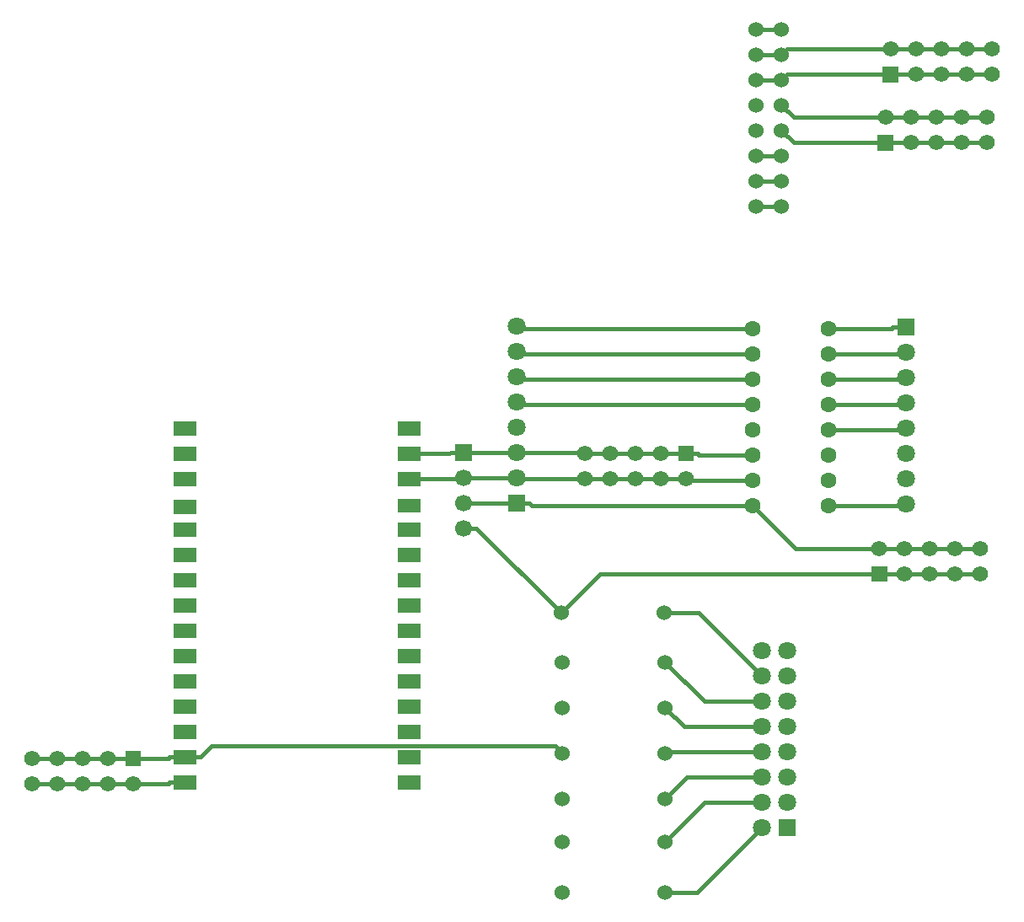
<source format=gtl>
G04 Layer: TopLayer*
G04 EasyEDA v6.4.17, 2021-03-04T16:16:43+05:30*
G04 deca96cb4bbb4a47937ce8430cf14737,2bb57043524a4b129a37d6aa7432c0d1,10*
G04 Gerber Generator version 0.2*
G04 Scale: 100 percent, Rotated: No, Reflected: No *
G04 Dimensions in millimeters *
G04 leading zeros omitted , absolute positions ,4 integer and 5 decimal *
%FSLAX45Y45*%
%MOMM*%

%ADD11C,0.4000*%
%ADD12R,1.7000X1.7000*%
%ADD13C,1.7000*%
%ADD14C,1.5240*%
%ADD15C,1.8000*%
%ADD16R,1.8000X1.8000*%
%ADD17C,1.5748*%
%ADD18R,1.5748X1.5748*%
%ADD19C,1.6000*%

%LPD*%
D11*
X2603500Y1257300D02*
G01*
X3365500Y1257300D01*
X3378200Y1270000D01*
X2603500Y1511300D02*
G01*
X3365500Y1511300D01*
X3378200Y1524000D01*
X2603500Y1765300D02*
G01*
X3365500Y1765300D01*
X3378200Y1778000D01*
X2603500Y2019300D02*
G01*
X3365500Y2019300D01*
X3378200Y2032000D01*
X1841500Y2273300D02*
G01*
X-508000Y2273300D01*
X-533400Y2298700D01*
X1841500Y2019300D02*
G01*
X-508000Y2019300D01*
X-533400Y2044700D01*
X1841500Y1765300D02*
G01*
X-508000Y1765300D01*
X-533400Y1790700D01*
X1841500Y1511300D02*
G01*
X-508000Y1511300D01*
X-533400Y1536700D01*
X1875281Y5276850D02*
G01*
X2129281Y5276850D01*
X3479800Y5080000D02*
G01*
X3733800Y5080000D01*
X3733800Y5080000D02*
G01*
X3987800Y5080000D01*
X3987800Y5080000D02*
G01*
X4241800Y5080000D01*
X3479800Y5080000D02*
G01*
X3225800Y5080000D01*
X3225800Y5080000D02*
G01*
X2186431Y5080000D01*
X2129281Y5022850D01*
X1875281Y5022850D02*
G01*
X2129281Y5022850D01*
X3479800Y4826000D02*
G01*
X3733800Y4826000D01*
X3733800Y4826000D02*
G01*
X3987800Y4826000D01*
X3987800Y4826000D02*
G01*
X4241800Y4826000D01*
X3479800Y4826000D02*
G01*
X3225800Y4826000D01*
X3225800Y4826000D02*
G01*
X2185670Y4826000D01*
X2129281Y4769612D01*
X1875281Y4769612D02*
G01*
X2129281Y4769612D01*
X3429000Y4394200D02*
G01*
X3683000Y4394200D01*
X3683000Y4394200D02*
G01*
X3937000Y4394200D01*
X3937000Y4394200D02*
G01*
X4191000Y4394200D01*
X3429000Y4394200D02*
G01*
X3175000Y4394200D01*
X3175000Y4394200D02*
G01*
X2250693Y4394200D01*
X2129281Y4515612D01*
X3429000Y4140200D02*
G01*
X3683000Y4140200D01*
X3683000Y4140200D02*
G01*
X3937000Y4140200D01*
X3937000Y4140200D02*
G01*
X4191000Y4140200D01*
X3429000Y4140200D02*
G01*
X3175000Y4140200D01*
X3175000Y4140200D02*
G01*
X2250693Y4140200D01*
X2129281Y4261612D01*
X1875281Y3753612D02*
G01*
X2129281Y3753612D01*
X1930400Y-2743200D02*
G01*
X1282700Y-3390900D01*
X959612Y-3390900D01*
X1930400Y-2489200D02*
G01*
X1353312Y-2489200D01*
X959612Y-2882900D01*
X1930400Y-2235200D02*
G01*
X1175512Y-2235200D01*
X959612Y-2451100D01*
X1930400Y-1981200D02*
G01*
X972312Y-1981200D01*
X959612Y-1993900D01*
X1930400Y-1727200D02*
G01*
X1150112Y-1727200D01*
X959612Y-1536700D01*
X1930400Y-1473200D02*
G01*
X1353312Y-1473200D01*
X959612Y-1079500D01*
X1930400Y-1219200D02*
G01*
X1295400Y-584200D01*
X946912Y-584200D01*
X-4635500Y-2298700D02*
G01*
X-4889500Y-2298700D01*
X-4889500Y-2298700D02*
G01*
X-5143500Y-2298700D01*
X-5143500Y-2298700D02*
G01*
X-5397500Y-2298700D01*
X-4635500Y-2298700D02*
G01*
X-4381500Y-2298700D01*
X-4381500Y-2298700D02*
G01*
X-4027931Y-2298700D01*
X-4015231Y-2286000D01*
X-3860800Y-2286000D02*
G01*
X-4015231Y-2286000D01*
X2603500Y2273300D02*
G01*
X3235197Y2273300D01*
X3247897Y2286000D01*
X3378200Y2286000D02*
G01*
X3247897Y2286000D01*
X2603500Y495300D02*
G01*
X3365500Y495300D01*
X3378200Y508000D01*
X3365500Y-190500D02*
G01*
X3619500Y-190500D01*
X3619500Y-190500D02*
G01*
X3873500Y-190500D01*
X3873500Y-190500D02*
G01*
X4127500Y-190500D01*
X-4635500Y-2044700D02*
G01*
X-4889500Y-2044700D01*
X-4635500Y-2044700D02*
G01*
X-4381500Y-2044700D01*
X-4381500Y-2044700D02*
G01*
X-4027931Y-2044700D01*
X-4015231Y-2032000D01*
X1875281Y3499612D02*
G01*
X2129281Y3499612D01*
X3365500Y-190500D02*
G01*
X3111500Y-190500D01*
X3111500Y-190500D02*
G01*
X310387Y-190500D01*
X-83312Y-584200D01*
X-83312Y-584200D02*
G01*
X-934212Y266700D01*
X-1066800Y266700D01*
X-3938015Y-2032000D02*
G01*
X-4015231Y-2032000D01*
X-3938015Y-2032000D02*
G01*
X-3860800Y-2032000D01*
X-3706368Y-2032000D02*
G01*
X-3596131Y-1922018D01*
X-142494Y-1922018D01*
X-70612Y-1993900D01*
X-3860800Y-2032000D02*
G01*
X-3706368Y-2032000D01*
X-4889500Y-2044700D02*
G01*
X-5143500Y-2044700D01*
X-5143500Y-2044700D02*
G01*
X-5397500Y-2044700D01*
X-533400Y520700D02*
G01*
X-1066800Y520700D01*
X3111500Y63500D02*
G01*
X3365500Y63500D01*
X3365500Y63500D02*
G01*
X3619500Y63500D01*
X3619500Y63500D02*
G01*
X3873500Y63500D01*
X3873500Y63500D02*
G01*
X4127500Y63500D01*
X-533400Y520700D02*
G01*
X-403097Y520700D01*
X3111500Y63500D02*
G01*
X2273300Y63500D01*
X1841500Y495300D01*
X1841500Y495300D02*
G01*
X-377697Y495300D01*
X-403097Y520700D01*
X1875281Y4007612D02*
G01*
X2129281Y4007612D01*
X-533400Y774700D02*
G01*
X-1066800Y774700D01*
X1841500Y749300D02*
G01*
X1181100Y749300D01*
X1168400Y762000D01*
X1168400Y762000D02*
G01*
X914400Y762000D01*
X914400Y762000D02*
G01*
X660400Y762000D01*
X660400Y762000D02*
G01*
X406400Y762000D01*
X406400Y762000D02*
G01*
X152400Y762000D01*
X152400Y762000D02*
G01*
X-520700Y762000D01*
X-533400Y774700D01*
X-1612900Y762000D02*
G01*
X-1079500Y762000D01*
X-1066800Y774700D01*
X1841500Y1003300D02*
G01*
X1299971Y1003300D01*
X1287271Y1016000D01*
X1227836Y1016000D02*
G01*
X1287271Y1016000D01*
X1227836Y1016000D02*
G01*
X1168400Y1016000D01*
X1168400Y1016000D02*
G01*
X914400Y1016000D01*
X914400Y1016000D02*
G01*
X660400Y1016000D01*
X660400Y1016000D02*
G01*
X406400Y1016000D01*
X406400Y1016000D02*
G01*
X152400Y1016000D01*
X152400Y1016000D02*
G01*
X139700Y1028700D01*
X-533400Y1028700D01*
X-533400Y1028700D02*
G01*
X-941578Y1028700D01*
X-941578Y1028700D01*
X-1066800Y1028700D02*
G01*
X-941578Y1028700D01*
X-1612900Y1016000D02*
G01*
X-1204721Y1016000D01*
X-1192021Y1028700D01*
X-1066800Y1028700D02*
G01*
X-1192021Y1028700D01*
D12*
G01*
X-1066800Y1028700D03*
D13*
G01*
X-1066800Y774700D03*
G01*
X-1066800Y520700D03*
G01*
X-1066800Y266700D03*
G36*
X-1498600Y1339850D02*
G01*
X-1498600Y1200150D01*
X-1727200Y1200150D01*
X-1727200Y1339850D01*
G37*
G36*
X-1498600Y1085850D02*
G01*
X-1498600Y946150D01*
X-1727200Y946150D01*
X-1727200Y1085850D01*
G37*
G36*
X-1498600Y831850D02*
G01*
X-1498600Y692150D01*
X-1727200Y692150D01*
X-1727200Y831850D01*
G37*
G36*
X-1498600Y565150D02*
G01*
X-1498600Y425450D01*
X-1727200Y425450D01*
X-1727200Y565150D01*
G37*
G36*
X-1498600Y323850D02*
G01*
X-1498600Y184150D01*
X-1727200Y184150D01*
X-1727200Y323850D01*
G37*
G36*
X-1498600Y69850D02*
G01*
X-1498600Y-69850D01*
X-1727200Y-69850D01*
X-1727200Y69850D01*
G37*
G36*
X-1498600Y-184150D02*
G01*
X-1498600Y-323850D01*
X-1727200Y-323850D01*
X-1727200Y-184150D01*
G37*
G36*
X-1498600Y-438150D02*
G01*
X-1498600Y-577850D01*
X-1727200Y-577850D01*
X-1727200Y-438150D01*
G37*
G36*
X-1498600Y-692150D02*
G01*
X-1498600Y-831850D01*
X-1727200Y-831850D01*
X-1727200Y-692150D01*
G37*
G36*
X-1498600Y-946150D02*
G01*
X-1498600Y-1085850D01*
X-1727200Y-1085850D01*
X-1727200Y-946150D01*
G37*
G36*
X-1498600Y-1200150D02*
G01*
X-1498600Y-1339850D01*
X-1727200Y-1339850D01*
X-1727200Y-1200150D01*
G37*
G36*
X-1498600Y-1454150D02*
G01*
X-1498600Y-1593850D01*
X-1727200Y-1593850D01*
X-1727200Y-1454150D01*
G37*
G36*
X-1498600Y-1708150D02*
G01*
X-1498600Y-1847850D01*
X-1727200Y-1847850D01*
X-1727200Y-1708150D01*
G37*
G36*
X-1498600Y-1962150D02*
G01*
X-1498600Y-2101850D01*
X-1727200Y-2101850D01*
X-1727200Y-1962150D01*
G37*
G36*
X-1498600Y-2216150D02*
G01*
X-1498600Y-2355850D01*
X-1727200Y-2355850D01*
X-1727200Y-2216150D01*
G37*
G36*
X-3975100Y-2355850D02*
G01*
X-3975100Y-2216150D01*
X-3746500Y-2216150D01*
X-3746500Y-2355850D01*
G37*
G36*
X-3975100Y-2101850D02*
G01*
X-3975100Y-1962150D01*
X-3746500Y-1962150D01*
X-3746500Y-2101850D01*
G37*
G36*
X-3975100Y-1847850D02*
G01*
X-3975100Y-1708150D01*
X-3746500Y-1708150D01*
X-3746500Y-1847850D01*
G37*
G36*
X-3975100Y-1593850D02*
G01*
X-3975100Y-1454150D01*
X-3746500Y-1454150D01*
X-3746500Y-1593850D01*
G37*
G36*
X-3975100Y-1339850D02*
G01*
X-3975100Y-1200150D01*
X-3746500Y-1200150D01*
X-3746500Y-1339850D01*
G37*
G36*
X-3975100Y-1085850D02*
G01*
X-3975100Y-946150D01*
X-3746500Y-946150D01*
X-3746500Y-1085850D01*
G37*
G36*
X-3975100Y-831850D02*
G01*
X-3975100Y-692150D01*
X-3746500Y-692150D01*
X-3746500Y-831850D01*
G37*
G36*
X-3975100Y-577850D02*
G01*
X-3975100Y-438150D01*
X-3746500Y-438150D01*
X-3746500Y-577850D01*
G37*
G36*
X-3975100Y-323850D02*
G01*
X-3975100Y-184150D01*
X-3746500Y-184150D01*
X-3746500Y-323850D01*
G37*
G36*
X-3975100Y-69850D02*
G01*
X-3975100Y69850D01*
X-3746500Y69850D01*
X-3746500Y-69850D01*
G37*
G36*
X-3975100Y184150D02*
G01*
X-3975100Y323850D01*
X-3746500Y323850D01*
X-3746500Y184150D01*
G37*
G36*
X-3975100Y412750D02*
G01*
X-3975100Y552450D01*
X-3746500Y552450D01*
X-3746500Y412750D01*
G37*
G36*
X-3975100Y692150D02*
G01*
X-3975100Y831850D01*
X-3746500Y831850D01*
X-3746500Y692150D01*
G37*
G36*
X-3975100Y946150D02*
G01*
X-3975100Y1085850D01*
X-3746500Y1085850D01*
X-3746500Y946150D01*
G37*
G36*
X-3975100Y1200150D02*
G01*
X-3975100Y1339850D01*
X-3746500Y1339850D01*
X-3746500Y1200150D01*
G37*
D14*
G01*
X-83210Y-584200D03*
G01*
X946810Y-584200D03*
G01*
X-70510Y-1079500D03*
G01*
X959510Y-1079500D03*
G01*
X-70510Y-1536700D03*
G01*
X959510Y-1536700D03*
G01*
X-70510Y-1993900D03*
G01*
X959510Y-1993900D03*
G01*
X-70510Y-2451100D03*
G01*
X959510Y-2451100D03*
G01*
X-70510Y-2882900D03*
G01*
X959510Y-2882900D03*
G01*
X-70510Y-3390900D03*
G01*
X959510Y-3390900D03*
D15*
G01*
X1930400Y-965200D03*
G01*
X2184400Y-965200D03*
G01*
X1930400Y-1219200D03*
G01*
X2184400Y-1219200D03*
G01*
X1930400Y-1473200D03*
G01*
X2184400Y-1473200D03*
G01*
X1930400Y-1727200D03*
G01*
X2184400Y-1727200D03*
G01*
X1930400Y-1981200D03*
G01*
X2184400Y-1981200D03*
G01*
X1930400Y-2235200D03*
G01*
X2184400Y-2235200D03*
G01*
X1930400Y-2489200D03*
G01*
X2184400Y-2489200D03*
G01*
X1930400Y-2743200D03*
D16*
G01*
X2184400Y-2743200D03*
D14*
G01*
X2129281Y3499612D03*
G01*
X2129281Y3753612D03*
G01*
X2129281Y4007612D03*
G01*
X2129281Y4261612D03*
G01*
X2129281Y4515612D03*
G01*
X2129281Y4769612D03*
G01*
X2129281Y5022850D03*
G01*
X2129281Y5276850D03*
G01*
X1875281Y3499612D03*
G01*
X1875281Y3753612D03*
G01*
X1875281Y4007612D03*
G01*
X1875281Y4261612D03*
G01*
X1875281Y4515612D03*
G01*
X1875281Y4769612D03*
G01*
X1875281Y5022850D03*
G01*
X1875281Y5276850D03*
D17*
G01*
X4191000Y4394200D03*
G01*
X4191000Y4140200D03*
G01*
X3937000Y4394200D03*
G01*
X3937000Y4140200D03*
G01*
X3683000Y4394200D03*
G01*
X3683000Y4140200D03*
G01*
X3429000Y4394200D03*
G01*
X3429000Y4140200D03*
G01*
X3175000Y4394200D03*
G36*
X3096259Y4218939D02*
G01*
X3253740Y4218939D01*
X3253740Y4061460D01*
X3096259Y4061460D01*
G37*
G01*
X4241800Y5080000D03*
G01*
X4241800Y4826000D03*
G01*
X3987800Y5080000D03*
G01*
X3987800Y4826000D03*
G01*
X3733800Y5080000D03*
G01*
X3733800Y4826000D03*
G01*
X3479800Y5080000D03*
G01*
X3479800Y4826000D03*
G01*
X3225800Y5080000D03*
G36*
X3147059Y4904739D02*
G01*
X3304540Y4904739D01*
X3304540Y4747260D01*
X3147059Y4747260D01*
G37*
G01*
X-5397500Y-2298700D03*
G01*
X-5397500Y-2044700D03*
G01*
X-5143500Y-2298700D03*
G01*
X-5143500Y-2044700D03*
G01*
X-4889500Y-2298700D03*
G01*
X-4889500Y-2044700D03*
G01*
X-4635500Y-2298700D03*
G01*
X-4635500Y-2044700D03*
G01*
X-4381500Y-2298700D03*
D18*
G01*
X-4381500Y-2044700D03*
D17*
G01*
X152400Y762000D03*
G01*
X152400Y1016000D03*
G01*
X406400Y762000D03*
G01*
X406400Y1016000D03*
G01*
X660400Y762000D03*
G01*
X660400Y1016000D03*
G01*
X914400Y762000D03*
G01*
X914400Y1016000D03*
G01*
X1168400Y762000D03*
D18*
G01*
X1168400Y1016000D03*
D17*
G01*
X4127500Y63500D03*
G01*
X4127500Y-190500D03*
G01*
X3873500Y63500D03*
G01*
X3873500Y-190500D03*
G01*
X3619500Y63500D03*
G01*
X3619500Y-190500D03*
G01*
X3365500Y63500D03*
G01*
X3365500Y-190500D03*
G01*
X3111500Y63500D03*
G36*
X3032759Y-111760D02*
G01*
X3190240Y-111760D01*
X3190240Y-269239D01*
X3032759Y-269239D01*
G37*
D16*
G01*
X-533400Y520700D03*
D15*
G01*
X-533400Y774700D03*
G01*
X-533400Y1028700D03*
G01*
X-533400Y1282700D03*
G01*
X-533400Y1536700D03*
G01*
X-533400Y1790700D03*
G01*
X-533400Y2044700D03*
G01*
X-533400Y2298700D03*
D16*
G01*
X3378200Y2286000D03*
D15*
G01*
X3378200Y2032000D03*
G01*
X3378200Y1778000D03*
G01*
X3378200Y1524000D03*
G01*
X3378200Y1270000D03*
G01*
X3378200Y1016000D03*
G01*
X3378200Y762000D03*
G01*
X3378200Y508000D03*
D19*
G01*
X2603500Y495300D03*
G01*
X2603500Y749300D03*
G01*
X2603500Y1003300D03*
G01*
X2603500Y1257300D03*
G01*
X2603500Y1511300D03*
G01*
X2603500Y1765300D03*
G01*
X2603500Y2019300D03*
G01*
X2603500Y2273300D03*
G01*
X1841500Y2273300D03*
G01*
X1841500Y2019300D03*
G01*
X1841500Y1765300D03*
G01*
X1841500Y1511300D03*
G01*
X1841500Y1257300D03*
G01*
X1841500Y1003300D03*
G01*
X1841500Y749300D03*
G01*
X1841500Y495300D03*
M02*

</source>
